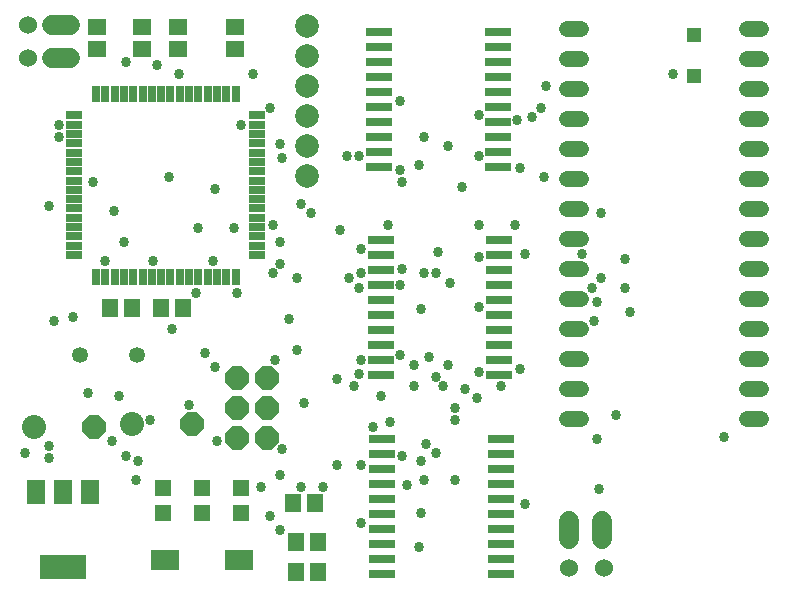
<source format=gts>
G75*
%MOIN*%
%OFA0B0*%
%FSLAX25Y25*%
%IPPOS*%
%LPD*%
%AMOC8*
5,1,8,0,0,1.08239X$1,22.5*
%
%ADD10C,0.06012*%
%ADD11R,0.02700X0.05200*%
%ADD12R,0.05200X0.02700*%
%ADD13OC8,0.07900*%
%ADD14R,0.05618X0.06406*%
%ADD15R,0.06406X0.05618*%
%ADD16C,0.05300*%
%ADD17R,0.08500X0.03100*%
%ADD18R,0.06400X0.08400*%
%ADD19R,0.15500X0.08400*%
%ADD20R,0.05000X0.05000*%
%ADD21C,0.08000*%
%ADD22OC8,0.08000*%
%ADD23R,0.05224X0.05224*%
%ADD24R,0.09555X0.06799*%
%ADD25C,0.07900*%
%ADD26C,0.06500*%
%ADD27C,0.05300*%
%ADD28C,0.03400*%
D10*
X0192494Y0013306D03*
X0203994Y0013306D03*
X0011994Y0183306D03*
X0011994Y0194306D03*
D11*
X0034744Y0171356D03*
X0037844Y0171356D03*
X0040944Y0171356D03*
X0044044Y0171356D03*
X0047144Y0171356D03*
X0050244Y0171356D03*
X0053344Y0171356D03*
X0056444Y0171356D03*
X0059544Y0171356D03*
X0062644Y0171356D03*
X0065744Y0171356D03*
X0068844Y0171356D03*
X0071944Y0171356D03*
X0075044Y0171356D03*
X0078144Y0171356D03*
X0081244Y0171356D03*
X0081244Y0110256D03*
X0078144Y0110256D03*
X0075044Y0110256D03*
X0071944Y0110256D03*
X0068844Y0110256D03*
X0065744Y0110256D03*
X0062644Y0110256D03*
X0059544Y0110256D03*
X0056444Y0110256D03*
X0053344Y0110256D03*
X0050244Y0110256D03*
X0047144Y0110256D03*
X0044044Y0110256D03*
X0040944Y0110256D03*
X0037844Y0110256D03*
X0034744Y0110256D03*
D12*
X0027444Y0117556D03*
X0027444Y0120656D03*
X0027444Y0123756D03*
X0027444Y0126856D03*
X0027444Y0129956D03*
X0027444Y0133056D03*
X0027444Y0136156D03*
X0027444Y0139256D03*
X0027444Y0142356D03*
X0027444Y0145456D03*
X0027444Y0148556D03*
X0027444Y0151656D03*
X0027444Y0154756D03*
X0027444Y0157856D03*
X0027444Y0160956D03*
X0027444Y0164056D03*
X0088544Y0164056D03*
X0088544Y0160956D03*
X0088544Y0157856D03*
X0088544Y0154756D03*
X0088544Y0151656D03*
X0088544Y0148556D03*
X0088544Y0145456D03*
X0088544Y0142356D03*
X0088544Y0139256D03*
X0088544Y0136156D03*
X0088544Y0133056D03*
X0088544Y0129956D03*
X0088544Y0126856D03*
X0088544Y0123756D03*
X0088544Y0120656D03*
X0088544Y0117556D03*
D13*
X0091594Y0076406D03*
X0081594Y0076406D03*
X0081594Y0066406D03*
X0091594Y0066406D03*
X0091594Y0056406D03*
X0081594Y0056406D03*
D14*
X0100254Y0034806D03*
X0107734Y0034806D03*
X0108734Y0021806D03*
X0101254Y0021806D03*
X0101254Y0011806D03*
X0108734Y0011806D03*
X0063734Y0099806D03*
X0056254Y0099806D03*
X0046734Y0099806D03*
X0039254Y0099806D03*
D15*
X0034994Y0186066D03*
X0034994Y0193546D03*
X0049994Y0193546D03*
X0049994Y0186066D03*
X0061994Y0186066D03*
X0061994Y0193546D03*
X0080994Y0193546D03*
X0080994Y0186066D03*
D16*
X0191594Y0182806D02*
X0196394Y0182806D01*
X0196394Y0192806D02*
X0191594Y0192806D01*
X0191594Y0172806D02*
X0196394Y0172806D01*
X0196394Y0162806D02*
X0191594Y0162806D01*
X0191594Y0152806D02*
X0196394Y0152806D01*
X0196394Y0142806D02*
X0191594Y0142806D01*
X0191594Y0132806D02*
X0196394Y0132806D01*
X0196394Y0122806D02*
X0191594Y0122806D01*
X0191594Y0112806D02*
X0196394Y0112806D01*
X0196394Y0102806D02*
X0191594Y0102806D01*
X0191594Y0092806D02*
X0196394Y0092806D01*
X0196394Y0082806D02*
X0191594Y0082806D01*
X0191594Y0072806D02*
X0196394Y0072806D01*
X0196394Y0062806D02*
X0191594Y0062806D01*
X0251594Y0062806D02*
X0256394Y0062806D01*
X0256394Y0072806D02*
X0251594Y0072806D01*
X0251594Y0082806D02*
X0256394Y0082806D01*
X0256394Y0092806D02*
X0251594Y0092806D01*
X0251594Y0102806D02*
X0256394Y0102806D01*
X0256394Y0112806D02*
X0251594Y0112806D01*
X0251594Y0122806D02*
X0256394Y0122806D01*
X0256394Y0132806D02*
X0251594Y0132806D01*
X0251594Y0142806D02*
X0256394Y0142806D01*
X0256394Y0152806D02*
X0251594Y0152806D01*
X0251594Y0162806D02*
X0256394Y0162806D01*
X0256394Y0172806D02*
X0251594Y0172806D01*
X0251594Y0182806D02*
X0256394Y0182806D01*
X0256394Y0192806D02*
X0251594Y0192806D01*
D17*
X0168794Y0192006D03*
X0168794Y0187006D03*
X0168794Y0182006D03*
X0168794Y0177006D03*
X0168794Y0172006D03*
X0168794Y0167006D03*
X0168794Y0162006D03*
X0168794Y0157006D03*
X0168794Y0152006D03*
X0168794Y0147006D03*
X0169194Y0122606D03*
X0169194Y0117606D03*
X0169194Y0112606D03*
X0169194Y0107606D03*
X0169194Y0102606D03*
X0169194Y0097606D03*
X0169194Y0092606D03*
X0169194Y0087606D03*
X0169194Y0082606D03*
X0169194Y0077606D03*
X0169594Y0056206D03*
X0169594Y0051206D03*
X0169594Y0046206D03*
X0169594Y0041206D03*
X0169594Y0036206D03*
X0169594Y0031206D03*
X0169594Y0026206D03*
X0169594Y0021206D03*
X0169594Y0016206D03*
X0169594Y0011206D03*
X0129994Y0011206D03*
X0129994Y0016206D03*
X0129994Y0021206D03*
X0129994Y0026206D03*
X0129994Y0031206D03*
X0129994Y0036206D03*
X0129994Y0041206D03*
X0129994Y0046206D03*
X0129994Y0051206D03*
X0129994Y0056206D03*
X0129594Y0077606D03*
X0129594Y0082606D03*
X0129594Y0087606D03*
X0129594Y0092606D03*
X0129594Y0097606D03*
X0129594Y0102606D03*
X0129594Y0107606D03*
X0129594Y0112606D03*
X0129594Y0117606D03*
X0129594Y0122606D03*
X0129194Y0147006D03*
X0129194Y0152006D03*
X0129194Y0157006D03*
X0129194Y0162006D03*
X0129194Y0167006D03*
X0129194Y0172006D03*
X0129194Y0177006D03*
X0129194Y0182006D03*
X0129194Y0187006D03*
X0129194Y0192006D03*
D18*
X0032794Y0038406D03*
X0023794Y0038406D03*
X0014794Y0038406D03*
D19*
X0023894Y0013606D03*
D20*
X0233994Y0177306D03*
X0233994Y0190806D03*
D21*
X0046594Y0061206D03*
X0014194Y0060106D03*
D22*
X0034194Y0060106D03*
X0066594Y0061206D03*
D23*
X0069994Y0039940D03*
X0069994Y0031672D03*
X0056994Y0031672D03*
X0056994Y0039940D03*
X0082994Y0039940D03*
X0082994Y0031672D03*
D24*
X0082396Y0015806D03*
X0057593Y0015806D03*
D25*
X0104994Y0143806D03*
X0104994Y0153806D03*
X0104994Y0163806D03*
X0104994Y0173806D03*
X0104994Y0183806D03*
X0104994Y0193806D03*
D26*
X0025994Y0194106D02*
X0019994Y0194106D01*
X0019994Y0183106D02*
X0025994Y0183106D01*
X0192494Y0028806D02*
X0192494Y0022806D01*
X0203494Y0022806D02*
X0203494Y0028806D01*
D27*
X0048294Y0084206D03*
X0029294Y0084206D03*
D28*
X0020794Y0095406D03*
X0027194Y0097006D03*
X0037594Y0115406D03*
X0043994Y0121806D03*
X0053594Y0115406D03*
X0067994Y0105006D03*
X0073594Y0115406D03*
X0068794Y0126606D03*
X0080794Y0126606D03*
X0093594Y0127406D03*
X0095994Y0121806D03*
X0095994Y0114606D03*
X0093594Y0111406D03*
X0101594Y0109806D03*
X0099194Y0096206D03*
X0101594Y0085806D03*
X0094394Y0082606D03*
X0103994Y0068206D03*
X0115194Y0076206D03*
X0120794Y0073806D03*
X0122394Y0077806D03*
X0123194Y0082606D03*
X0135994Y0084206D03*
X0140794Y0081006D03*
X0145594Y0083406D03*
X0151994Y0081006D03*
X0147994Y0077006D03*
X0150394Y0073806D03*
X0157594Y0073006D03*
X0161594Y0069806D03*
X0154394Y0066606D03*
X0154394Y0062606D03*
X0144794Y0054606D03*
X0147994Y0051406D03*
X0143194Y0049006D03*
X0136794Y0050606D03*
X0143994Y0042606D03*
X0138394Y0041006D03*
X0143194Y0031406D03*
X0142394Y0020206D03*
X0123194Y0028206D03*
X0110394Y0040206D03*
X0103194Y0040206D03*
X0095994Y0044206D03*
X0089594Y0040206D03*
X0092794Y0030606D03*
X0095994Y0025806D03*
X0115194Y0047406D03*
X0123194Y0047406D03*
X0127194Y0060206D03*
X0132794Y0061806D03*
X0129594Y0070606D03*
X0140794Y0073806D03*
X0162394Y0078606D03*
X0169594Y0073806D03*
X0175994Y0079406D03*
X0200794Y0095406D03*
X0201594Y0101806D03*
X0199994Y0106606D03*
X0203194Y0109806D03*
X0211194Y0106606D03*
X0212794Y0098606D03*
X0211194Y0116206D03*
X0196794Y0117806D03*
X0203194Y0131406D03*
X0183994Y0143406D03*
X0175994Y0146606D03*
X0162394Y0150606D03*
X0151994Y0153806D03*
X0143994Y0157006D03*
X0142394Y0147406D03*
X0136794Y0141806D03*
X0135994Y0145806D03*
X0122394Y0150606D03*
X0118394Y0150606D03*
X0096794Y0149806D03*
X0095994Y0154606D03*
X0092794Y0166606D03*
X0083194Y0161006D03*
X0087194Y0177806D03*
X0062394Y0177806D03*
X0055194Y0181006D03*
X0044794Y0181806D03*
X0022394Y0161006D03*
X0022394Y0157006D03*
X0033594Y0141806D03*
X0040794Y0132206D03*
X0059194Y0143406D03*
X0074394Y0139406D03*
X0103194Y0134606D03*
X0106394Y0131406D03*
X0115994Y0125806D03*
X0123194Y0119406D03*
X0123194Y0111406D03*
X0119194Y0109806D03*
X0122394Y0106606D03*
X0135994Y0107406D03*
X0136794Y0113006D03*
X0143994Y0111406D03*
X0147994Y0111406D03*
X0152794Y0108206D03*
X0162394Y0100206D03*
X0162394Y0117006D03*
X0162394Y0127406D03*
X0174394Y0127406D03*
X0177594Y0117806D03*
X0156794Y0140206D03*
X0131994Y0127406D03*
X0148794Y0118606D03*
X0143194Y0099406D03*
X0096794Y0053006D03*
X0075194Y0055406D03*
X0065594Y0067406D03*
X0052794Y0062606D03*
X0042394Y0070606D03*
X0031994Y0071406D03*
X0039994Y0055406D03*
X0044794Y0050606D03*
X0048794Y0049006D03*
X0047994Y0042606D03*
X0019194Y0049806D03*
X0019194Y0053806D03*
X0011194Y0051406D03*
X0059994Y0093006D03*
X0071194Y0085006D03*
X0074394Y0080206D03*
X0081594Y0105006D03*
X0019194Y0133806D03*
X0135994Y0169006D03*
X0162394Y0164206D03*
X0175194Y0162606D03*
X0179994Y0163406D03*
X0183194Y0166606D03*
X0184794Y0173806D03*
X0227194Y0177806D03*
X0207994Y0064206D03*
X0201594Y0056206D03*
X0202394Y0039406D03*
X0177594Y0034606D03*
X0154394Y0042606D03*
X0243994Y0057006D03*
M02*

</source>
